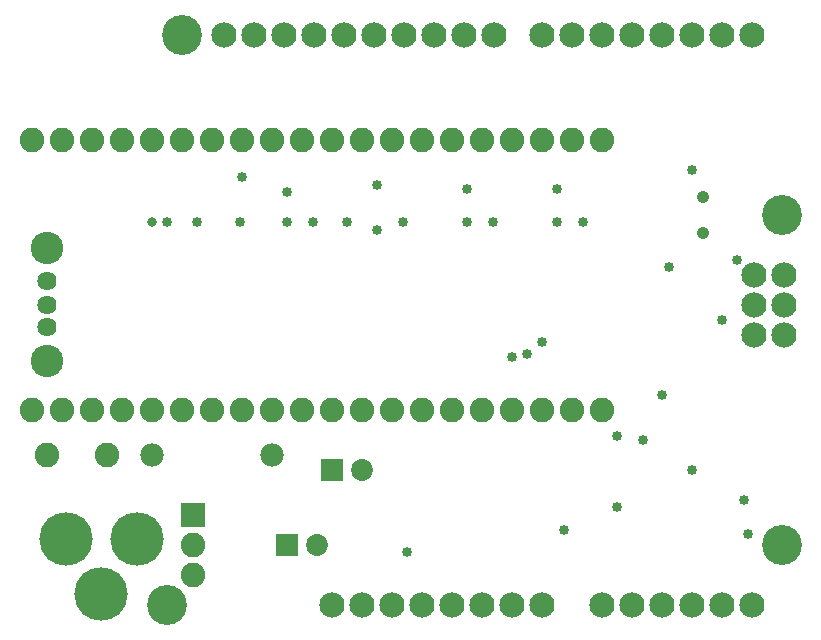
<source format=gbs>
G04 EAGLE Gerber RS-274X export*
G75*
%MOMM*%
%FSLAX34Y34*%
%LPD*%
%INSoldermask Bottom*%
%IPPOS*%
%AMOC8*
5,1,8,0,0,1.08239X$1,22.5*%
G01*
%ADD10C,3.378200*%
%ADD11C,2.133600*%
%ADD12C,2.082800*%
%ADD13R,2.082800X2.082800*%
%ADD14C,4.521200*%
%ADD15C,1.854200*%
%ADD16R,1.854200X1.854200*%
%ADD17C,1.981200*%
%ADD18C,1.625600*%
%ADD19C,2.743200*%
%ADD20C,1.053200*%
%ADD21C,0.853200*%
%ADD22C,0.803200*%


D10*
X152400Y508000D03*
X660400Y355600D03*
X660400Y76200D03*
X139700Y25400D03*
D11*
X279400Y25400D03*
X304800Y25400D03*
X330200Y25400D03*
X355600Y25400D03*
X381000Y25400D03*
X406400Y25400D03*
X431800Y25400D03*
X457200Y25400D03*
X508000Y25400D03*
X533400Y25400D03*
X558800Y25400D03*
X584200Y25400D03*
X609600Y25400D03*
X635000Y25400D03*
X635000Y508000D03*
X609600Y508000D03*
X584200Y508000D03*
X558800Y508000D03*
X533400Y508000D03*
X508000Y508000D03*
X482600Y508000D03*
X457200Y508000D03*
X416560Y508000D03*
X391160Y508000D03*
X365760Y508000D03*
X340360Y508000D03*
X314960Y508000D03*
X289560Y508000D03*
X264160Y508000D03*
X238760Y508000D03*
X213360Y508000D03*
X187960Y508000D03*
X636400Y304300D03*
X661800Y304300D03*
X636400Y278900D03*
X661800Y278900D03*
X636400Y253500D03*
X661800Y253500D03*
D12*
X25400Y419100D03*
X50800Y419100D03*
X76200Y419100D03*
X101600Y419100D03*
X127000Y419100D03*
X152400Y419100D03*
X177800Y419100D03*
X203200Y419100D03*
X228600Y419100D03*
X254000Y419100D03*
X279400Y419100D03*
X304800Y419100D03*
X330200Y419100D03*
X355600Y419100D03*
X381000Y419100D03*
X406400Y419100D03*
X431800Y419100D03*
X457200Y419100D03*
X482600Y419100D03*
X508000Y419100D03*
X25400Y190500D03*
X50800Y190500D03*
X76200Y190500D03*
X101600Y190500D03*
X127000Y190500D03*
X152400Y190500D03*
X177800Y190500D03*
X203200Y190500D03*
X228600Y190500D03*
X254000Y190500D03*
X279400Y190500D03*
X304800Y190500D03*
X330200Y190500D03*
X355600Y190500D03*
X381000Y190500D03*
X406400Y190500D03*
X431800Y190500D03*
X457200Y190500D03*
X482600Y190500D03*
X508000Y190500D03*
D13*
X161925Y101600D03*
D12*
X161925Y76200D03*
X161925Y50800D03*
D14*
X114140Y81280D03*
X54140Y81280D03*
X84140Y34280D03*
D15*
X304600Y139700D03*
D16*
X279600Y139700D03*
D12*
X38100Y152400D03*
X88900Y152400D03*
D17*
X127000Y152400D03*
X228600Y152400D03*
D15*
X266500Y76200D03*
D16*
X241500Y76200D03*
D18*
X38100Y279400D03*
D19*
X38100Y231400D03*
X38100Y327400D03*
D18*
X38100Y299400D03*
X38100Y260400D03*
D20*
X593725Y370600D03*
X593725Y340600D03*
D21*
X165100Y349250D03*
X263525Y349250D03*
X292100Y349250D03*
X628650Y114300D03*
X492125Y349250D03*
X415925Y349250D03*
X342900Y69850D03*
X631825Y85725D03*
X520700Y168275D03*
X558800Y203200D03*
X339725Y349250D03*
X139700Y349250D03*
X584200Y393700D03*
X469900Y349250D03*
X469900Y377825D03*
X393700Y349250D03*
X393700Y377825D03*
X317500Y342900D03*
X317500Y381000D03*
X241300Y349250D03*
X241300Y374650D03*
X201370Y349250D03*
X203200Y387350D03*
D22*
X127000Y349250D03*
D21*
X542925Y165100D03*
X520700Y107950D03*
X444500Y238125D03*
X622300Y317500D03*
X431800Y234950D03*
X565150Y311150D03*
X584200Y139700D03*
X457200Y247650D03*
X476250Y88900D03*
X609600Y266700D03*
M02*

</source>
